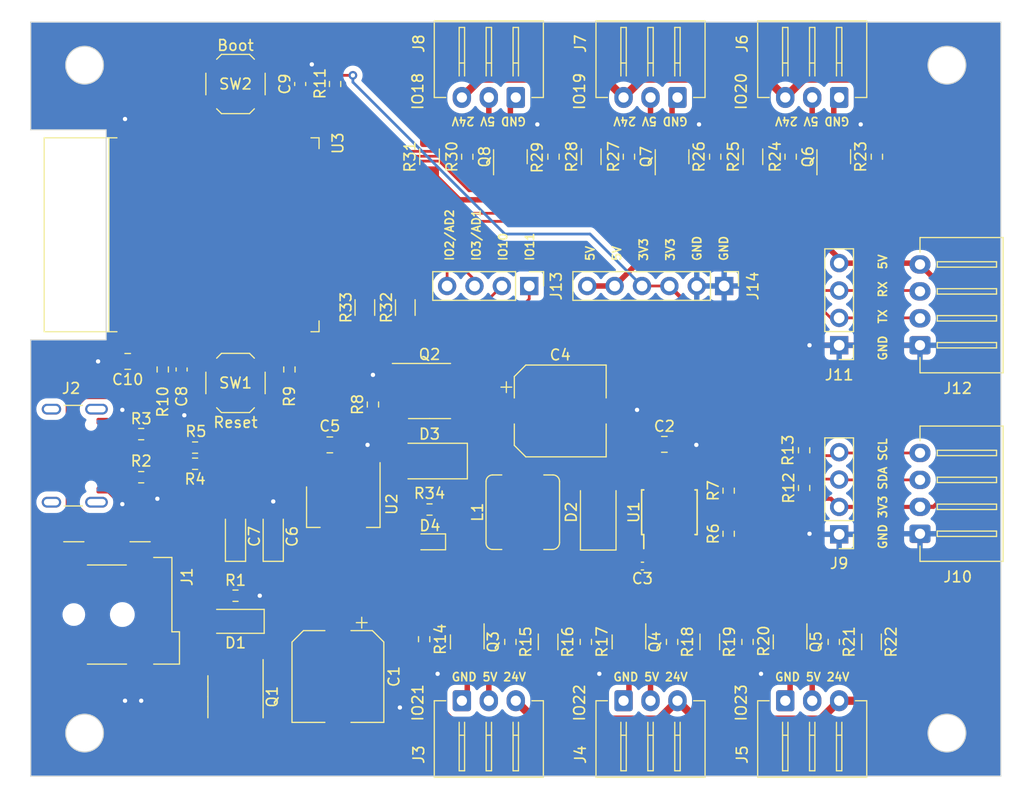
<source format=kicad_pcb>
(kicad_pcb (version 20221018) (generator pcbnew)
  (layers (0 "F.Cu" signal) (31 "B.Cu" signal) (34 "B.Paste" user) (35 "F.Paste" user) (36 "B.SilkS" user "B.Silkscreen") (37 "F.SilkS" user "F.Silkscreen") (38 "B.Mask" user) (39 "F.Mask" user) (44 "Edge.Cuts" user))
  (net 0 "")
  (net 1 "+24V")
  (net 2 "GND")
  (net 3 "Net-(U1-BOOT)")
  (net 4 "Net-(D2-K)")
  (net 5 "+5V")
  (net 6 "+3V3")
  (net 7 "EN")
  (net 8 "BOOT")
  (net 9 "Net-(D1-A)")
  (net 10 "VBUS")
  (net 11 "Net-(D4-K)")
  (net 12 "Net-(J1-Pad1)")
  (net 14 "Net-(J2-CC1)")
  (net 15 "Net-(J2-D+-PadA6)")
  (net 16 "Net-(J2-D--PadA7)")
  (net 17 "Net-(J2-CC2)")
  (net 19 "Net-(J3-Pin_1)")
  (net 20 "Net-(J3-Pin_2)")
  (net 21 "Net-(J4-Pin_1)")
  (net 22 "Net-(J4-Pin_2)")
  (net 23 "Net-(J5-Pin_1)")
  (net 24 "Net-(J5-Pin_2)")
  (net 25 "Net-(J6-Pin_1)")
  (net 26 "Net-(J6-Pin_2)")
  (net 27 "Net-(J7-Pin_1)")
  (net 28 "Net-(J7-Pin_2)")
  (net 29 "Net-(J8-Pin_1)")
  (net 30 "Net-(J8-Pin_2)")
  (net 31 "SDA")
  (net 32 "SCL")
  (net 33 "TX")
  (net 34 "RX")
  (net 35 "IO11")
  (net 36 "IO10")
  (net 37 "IO3{slash}AD3")
  (net 38 "IO2{slash}AD2")
  (net 39 "Net-(Q3-G)")
  (net 40 "Net-(Q4-G)")
  (net 41 "Net-(Q5-G)")
  (net 42 "Net-(Q6-G)")
  (net 43 "Net-(Q7-G)")
  (net 44 "Net-(Q8-G)")
  (net 45 "USB D+")
  (net 46 "Net-(U1-VSENSE)")
  (net 47 "USB D-")
  (net 48 "Net-(U3-GPIO8)")
  (net 51 "OUT1")
  (net 52 "OUT2")
  (net 53 "OUT3")
  (net 54 "OUT4")
  (net 55 "OUT5")
  (net 56 "OUT6")
  (net 64 "Net-(C4-Pad1)")
  (net 65 "Net-(U3-MTCK{slash}GPIO6{slash}ADC1_CH6)")
  (net 68 "Net-(U3-MTDO{slash}GPIO7)")
  (footprint "Resistor_SMD:R_0603_1608Metric" (layer "F.Cu") (at 161.5 75.5 -90)
    (fp_text reference "R26")
    (fp_text value "10k")
  )
  (footprint "Button_Switch_SMD:SW_Push_1P1T_XKB_TS-1187A" (layer "F.Cu") (at 117 96.5 180)
    (fp_text reference "SW1")
    (fp_text value "Reset")
  )
  (footprint "Package_SO:TI_SO-PowerPAD-8" (layer "F.Cu") (at 157.25 108.5 90)
    (fp_text reference "U1")
    (fp_text value "TPS5430DDA")
  )
  (footprint "LED_SMD:LED_0603_1608Metric" (layer "F.Cu") (at 135 111.25 180)
    (fp_text reference "D4")
    (fp_text value "POWER")
  )
  (footprint "Resistor_SMD:R_0603_1608Metric" (layer "F.Cu") (at 169.75 106.25 90)
    (fp_text reference "R12")
    (fp_text value "2k2")
  )
  (footprint "Resistor_SMD:R_1206_3216Metric" (layer "F.Cu") (at 146 120.5375 -90)
    (fp_text reference "R16")
    (fp_text value "22R")
  )
  (footprint "Resistor_SMD:R_0603_1608Metric" (layer "F.Cu") (at 157.5 120.5375 -90)
    (fp_text reference "R18")
    (fp_text value "220R")
  )
  (footprint "1_Connector:JST_XH_S3B-XH" (layer "F.Cu") (at 168 126)
    (fp_text reference "J5")
    (fp_text value "LED 3")
  )
  (footprint "Resistor_SMD:R_0603_1608Metric" (layer "F.Cu") (at 176.5 75.5 -90)
    (fp_text reference "R23")
    (fp_text value "10k")
  )
  (footprint "Resistor_SMD:R_0603_1608Metric" (layer "F.Cu") (at 122 95.25 -90)
    (fp_text reference "R9")
    (fp_text value "100k")
  )
  (footprint "Capacitor_SMD:C_0805_2012Metric" (layer "F.Cu") (at 125.75 102.25)
    (fp_text reference "C5")
    (fp_text value "10uF")
  )
  (footprint "Resistor_SMD:R_0603_1608Metric" (layer "F.Cu") (at 168.5 75.5 90)
    (fp_text reference "R24")
    (fp_text value "220R")
  )
  (footprint "Resistor_SMD:R_0603_1608Metric" (layer "F.Cu") (at 169.75 102.75 -90)
    (fp_text reference "R13")
    (fp_text value "2k2")
  )
  (footprint "Resistor_SMD:R_0603_1608Metric" (layer "F.Cu") (at 142.5 120.5375 -90)
    (fp_text reference "R15")
    (fp_text value "220R")
  )
  (footprint "Resistor_SMD:R_0603_1608Metric" (layer "F.Cu") (at 113.25 104 180)
    (fp_text reference "R4")
    (fp_text value "0R")
  )
  (footprint "Resistor_SMD:R_0603_1608Metric" (layer "F.Cu") (at 126.238 68.75 -90)
    (fp_text reference "R11")
    (fp_text value "100k")
  )
  (footprint "Resistor_SMD:R_1206_3216Metric" (layer "F.Cu") (at 150 75.5 90)
    (fp_text reference "R28")
    (fp_text value "22R")
  )
  (footprint "1_Connector:JST_XH_S4B-XH" (layer "F.Cu") (at 180.5 93 90)
    (fp_text reference "J12")
    (fp_text value "UART ext")
  )
  (footprint "PCM_Espressif:ESP32-C6-WROOM-1" (layer "F.Cu") (at 115 82.745 90)
    (fp_text reference "U3")
    (fp_text value "ESP32-C6-WROOM-1")
  )
  (footprint "Resistor_SMD:R_0603_1608Metric" (layer "F.Cu") (at 108.25 101.25)
    (fp_text reference "R3")
    (fp_text value "5k1")
  )
  (footprint "Package_TO_SOT_SMD:SOT-23" (layer "F.Cu") (at 138.5 120.5375 -90)
    (fp_text reference "Q3")
    (fp_text value "AO3400A")
  )
  (footprint "Capacitor_SMD:C_0603_1608Metric" (layer "F.Cu") (at 112 95.25 -90)
    (fp_text reference "C8")
    (fp_text value "100nF")
  )
  (footprint "Resistor_SMD:R_1206_3216Metric" (layer "F.Cu") (at 129 89.5 -90)
    (fp_text reference "R33")
    (fp_text value "0R")
  )
  (footprint "Diode_SMD:D_SMA" (layer "F.Cu") (at 135 103.75 180)
    (fp_text reference "D3")
    (fp_text value "SS34")
  )
  (footprint "Diode_SMD:D_SMA" (layer "F.Cu") (at 150.65 108.5 90)
    (fp_text reference "D2")
    (fp_text value "SS34")
  )
  (footprint "Resistor_SMD:R_1206_3216Metric" (layer "F.Cu") (at 161 120.5375 -90)
    (fp_text reference "R19")
    (fp_text value "22R")
  )
  (footprint "1_Connector:JST_XH_S3B-XH" (layer "F.Cu") (at 173 70 180)
    (fp_text reference "J6")
    (fp_text value "LED 4")
  )
  (footprint "Capacitor_SMD:C_0805_2012Metric" (layer "F.Cu") (at 156.785 102.2)
    (fp_text reference "C2")
    (fp_text value "10uF")
  )
  (footprint "Connector_PinHeader_2.54mm:PinHeader_1x04_P2.54mm_Vertical" (layer "F.Cu") (at 173 93 180)
    (fp_text reference "J11")
    (fp_text value "UART int")
  )
  (footprint "Resistor_SMD:R_0603_1608Metric" (layer "F.Cu") (at 149.5 120.5375 90)
    (fp_text reference "R17")
    (fp_text value "10k")
  )
  (footprint "Connector_PinHeader_2.54mm:PinHeader_1x04_P2.54mm_Vertical" (layer "F.Cu") (at 144.25 87.5 -90)
    (fp_text reference "J13")
    (fp_text value "IO Out")
  )
  (footprint "Package_TO_SOT_SMD:SOT-223-3_TabPin2" (layer "F.Cu") (at 127 108 -90)
    (fp_text reference "U2")
    (fp_text value "AMS1117-3.3")
  )
  (footprint "Resistor_SMD:R_1206_3216Metric" (layer "F.Cu") (at 165 75.5 90)
    (fp_text reference "R25")
    (fp_text value "22R")
  )
  (footprint "Resistor_SMD:R_0603_1608Metric" (layer "F.Cu") (at 146.5 75.5 -90)
    (fp_text reference "R29")
    (fp_text value "10k")
  )
  (footprint "Capacitor_SMD:CP_Elec_8x11.9" (layer "F.Cu") (at 126.5 123.75 -90)
    (fp_text reference "C1")
    (fp_text value "220uF")
  )
  (footprint "Resistor_SMD:R_0603_1608Metric" (layer "F.Cu") (at 138.5 75.5 90)
    (fp_text reference "R30")
    (fp_text value "220R")
  )
  (footprint "Capacitor_SMD:C_0402_1005Metric" (layer "F.Cu") (at 154.75 113.5 180)
    (fp_text reference "C3")
    (fp_text value "10nF")
  )
  (footprint "Capacitor_SMD:C_0603_1608Metric" (layer "F.Cu") (at 123 68.75 90)
    (fp_text reference "C9")
    (fp_text value "100nF")
  )
  (footprint "Resistor_SMD:R_0603_1608Metric" (layer "F.Cu") (at 164.5 120.5375 90)
    (fp_text reference "R20")
    (fp_text value "10k")
  )
  (footprint "Resistor_SMD:R_0603_1608Metric" (layer "F.Cu") (at 172.5 120.5375 -90)
    (fp_text reference "R21")
    (fp_text value "220R")
  )
  (footprint "Connector_USB:USB_C_Receptacle_GCT_USB4105-xx-A_16P_TopMnt_Horizontal" (layer "F.Cu") (at 101 103.25 -90)
    (fp_text reference "J2")
    (fp_text value "USB_C_small")
  )
  (footprint "Resistor_SMD:R_1206_3216Metric" (layer "F.Cu") (at 132.75 89.5 -90)
    (fp_text reference "R32")
    (fp_text value "0R")
  )
  (footprint "1_Connector:JST_XH_S3B-XH" (layer "F.Cu") (at 153 126)
    (fp_text reference "J4")
    (fp_text value "LED 2")
  )
  (footprint "Resistor_SMD:R_0603_1608Metric" (layer "F.Cu") (at 117 116.25)
    (fp_text reference "R1")
    (fp_text value "100k")
  )
  (footprint "Capacitor_SMD:CP_Elec_8x11.9" (layer "F.Cu") (at 147.125 99.1)
    (fp_text reference "C4")
    (fp_text value "220uF")
  )
  (footprint "Package_SO:SOIC-8_3.9x4.9mm_P1.27mm" (layer "F.Cu") (at 135 97.25)
    (fp_text reference "Q2")
    (fp_text value "AP4409AGEM")
  )
  (footprint "Resistor_SMD:R_0603_1608Metric" (layer "F.Cu") (at 162.75 110.5 90)
    (fp_text reference "R6")
    (fp_text value "22k")
  )
  (footprint "Package_TO_SOT_SMD:SOT-23" (layer "F.Cu") (at 142.5 75.5 90)
    (fp_text reference "Q8")
    (fp_text value "AO3400A")
  )
  (footprint "Resistor_SMD:R_0603_1608Metric" (layer "F.Cu") (at 108.25 105.25)
    (fp_text reference "R2")
    (fp_text value "5k1")
  )
  (footprint "Package_TO_SOT_SMD:SOT-23" (layer "F.Cu") (at 157.5 75.5 90)
    (fp_text reference "Q7")
    (fp_text value "AO3400A")
  )
  (footprint "Capacitor_SMD:C_0805_2012Metric" (layer "F.Cu") (at 107 94.5 180)
    (fp_text reference "C10")
    (fp_text value "10uF")
  )
  (footprint "Resistor_SMD:R_0603_1608Metric" (layer "F.Cu") (at 153.5 75.5 90)
    (fp_text reference "R27")
    (fp_text value "220R")
  )
  (footprint "1_Connector:JST_XH_S3B-XH" (layer "F.Cu") (at 143 70 180)
    (fp_text reference "J8")
    (fp_text value "LED 6")
  )
  (footprint "Resistor_SMD:R_1206_3216Metric" (layer "F.Cu") (at 135 75.5 90)
    (fp_text reference "R31")
    (fp_text value "22R")
  )
  (footprint "Button_Switch_SMD:SW_Push_1P1T_XKB_TS-1187A" (layer "F.Cu") (at 117 68.75)
    (fp_text reference "SW2")
    (fp_text value "Boot")
  )
  (footprint "Diode_SMD:D_MiniMELF" (layer "F.Cu") (at 117 118.63 180)
    (fp_text reference "D1")
    (fp_text value "ZMM5V6-M")
  )
  (footprint "Package_TO_SOT_SMD:SOT-23" (layer "F.Cu") (at 168.45 120.5375 -90)
    (fp_text reference "Q5")
    (fp_text value "AO3400A")
  )
  (footprint "Resistor_SMD:R_0603_1608Metric" (layer "F.Cu") (at 113.25 102.5 180)
    (fp_text reference "R5")
    (fp_text value "0R")
  )
  (footprint "Resistor_SMD:R_0603_1608Metric" (layer "F.Cu") (at 110.25 95.25 90)
    (fp_text reference "R10")
    (fp_text value "100k")
  )
  (footprint "Connector_PinHeader_2.54mm:PinHeader_1x04_P2.54mm_Vertical" (layer "F.Cu") (at 173 110.55 180)
    (fp_text reference "J9")
    (fp_text value "I2C int")
  )
  (footprint "1_Connector:JST_XH_S3B-XH" (layer "F.Cu") (at 158 70 180)
    (fp_text reference "J7")
    (fp_text value "LED 5")
  )
  (footprint "Resistor_SMD:R_0603_1608Metric" (layer "F.Cu") (at 134.5 120.2875 90)
    (fp_text reference "R14")
    (fp_text value "10k")
  )
  (footprint "Capacitor_Tantalum_SMD:CP_EIA-3216-12_Kemet-S" (layer "F.Cu") (at 117 110.75 90)
    (fp_text reference "C7")
    (fp_text value "10uF")
  )
  (footprint "1_Connector:JST_XH_S4B-XH" (layer "F.Cu") (at 180.5 110.5 90)
    (fp_text reference "J10")
    (fp_text value "I2C ext")
  )
  (footprint "Package_SO:SOIC-8_3.9x4.9mm_P1.27mm" (layer "F.Cu") (at 117 125.63 -90)
    (fp_text reference "Q1")
    (fp_text value "AP4409AGEM")
  )
  (footprint "Package_TO_SOT_SMD:SOT-23" (layer "F.Cu") (at 153.5 120.5375 -90)
    (fp_text reference "Q4")
    (fp_text value "AO3400A")
  )
  (footprint "1_Connector:JST_XH_S3B-XH" (layer "F.Cu") (at 138 126)
    (fp_text reference "J3")
    (fp_text value "LED 1")
  )
  (footprint "Package_TO_SOT_SMD:SOT-23" (layer "F.Cu") (at 172.5 75.5 90)
    (fp_text reference "Q6")
    (fp_text value "AO3400A")
  )
  (footprint "Resistor_SMD:R_1206_3216Metric" (layer "F.Cu") (at 176 120.5375 -90)
    (fp_text reference "R22")
    (fp_text value "22R")
  )
  (footprint "Connector_BarrelJack:BarrelJack_Wuerth_694106106102_2.0x5.5mm" (layer "F.Cu") (at 105.075 118 -90)
    (fp_text reference "J1")
    (fp_text value "DC Power")
  )
  (footprint "Resistor_SMD:R_0603_1608Metric" (layer "F.Cu") (at 162.75 106.5 90)
    (fp_text reference "R7")
    (fp_text value "6k8")
  )
  (footprint "Connector_PinHeader_2.54mm:PinHeader_1x06_P2.54mm_Vertical" (layer "F.Cu") (at 162.33 87.5 -90)
    (fp_text reference "J14")
    (fp_text value "U Out")
  )
  (footprint "Inductor_SMD:L_Bourns_SRP7028A_7.3x6.6mm" (layer "F.Cu") (at 143.65 108.5 90)
    (fp_text reference "L1")
    (fp_text value "47uH")
  )
  (footprint "Resistor_SMD:R_0603_1608Metric" (layer "F.Cu") (at 135 108.25 180)
    (fp_text reference "R34")
    (fp_text value "5k1")
  )
  (footprint "Capacitor_Tantalum_SMD:CP_EIA-3216-12_Kemet-S" (layer "F.Cu") (at 120.5 110.75 90)
    (fp_text reference "C6")
    (fp_text value "10uF")
  )
  (footprint "Resistor_SMD:R_0603_1608Metric" (layer "F.Cu") (at 129.75 98.5 90)
    (fp_text reference "R8")
    (fp_text value "100k")
  )
  (gr_line (start 98 73) (end 98 63) (stroke (width 0.1)) (layer "Edge.Cuts"))
  (gr_line (start 105 92.5) (end 105 73) (stroke (width 0.1)) (layer "Edge.Cuts"))
  (gr_line (start 105 73) (end 98 73) (stroke (width 0.1)) (layer "Edge.Cuts"))
  (gr_line (start 98 133) (end 98 92.5) (stroke (width 0.1)) (layer "Edge.Cuts"))
  (gr_line (start 98 92.5) (end 105 92.5) (stroke (width 0.1)) (layer "Edge.Cuts"))
  (gr_line (start 98 63) (end 188 63) (stroke (width 0.1)) (layer "Edge.Cuts"))
  (gr_line (start 188 133) (end 98 133) (stroke (width 0.1)) (layer "Edge.Cuts"))
  (gr_circle (center 103 67) (end 104.75 67) (stroke (width 0.1)) (fill none) (layer "Edge.Cuts"))
  (gr_circle (center 103 129) (end 104.75 129) (stroke (width 0.1)) (fill none) (layer "Edge.Cuts"))
  (gr_circle (center 183 67) (end 184.75 67) (stroke (width 0.1)) (fill none) (layer "Edge.Cuts"))
  (gr_line (start 188 63) (end 188 133) (stroke (width 0.1)) (layer "Edge.Cuts"))
  (gr_circle (center 183 129) (end 184.75 129) (stroke (width 0.1)) (fill none) (layer "Edge.Cuts"))
  (gr_text "IO23" (at 164.5 128 90) (layer "F.SilkS") (effects (font (size 1 1)) (justify left bottom)))
  (gr_text "IO21" (at 134.5 128 90) (layer "F.SilkS") (effects (font (size 1 1)) (justify left bottom)))
  (gr_text "GND  TX  RX  5V" (at 177.5 94.5 90) (layer "F.SilkS") (effects (font (size 0.77 0.75)) (justify left bottom)))
  (gr_text "IO20" (at 164.5 71.25 90) (layer "F.SilkS") (effects (font (size 1 1)) (justify left bottom)))
  (gr_text "5V\n\n5V\n\n3V3\n\n3V3\n\nGND\n\nGND" (at 162.75 85.25 90) (layer "F.SilkS") (effects (font (size 0.77 0.75)) (justify left bottom)))
  (gr_text "Reset" (at 117 100.75) (layer "F.SilkS") (effects (font (size 1 1)) (justify bottom)))
  (gr_text "GND 3V3 SDA SCL" (at 177.5 112 90) (layer "F.SilkS") (effects (font (size 0.77 0.75)) (justify left bottom)))
  (gr_text "GND 5V 24V" (at 155.5 124.25) (layer "F.SilkS") (effects (font (size 0.77 0.75)) (justify bottom)))
  (gr_text "IO18" (at 134.5 71.25 90) (layer "F.SilkS") (effects (font (size 1 1)) (justify left bottom)))
  (gr_text "GND 5V 24V" (at 155.5 71.75 180) (layer "F.SilkS") (effects (font (size 0.77 0.75)) (justify bottom)))
  (gr_text "IO2/AD2\n\nIO3/AD1\n\nIO10\n\nIO11" (at 144.75 85.25 90) (layer "F.SilkS") (effects (font (size 0.77 0.75)) (justify left bottom)))
  (gr_text "IO19" (at 149.5 71.25 90) (layer "F.SilkS") (effects (font (size 1 1)) (justify left bottom)))
  (gr_text "Boot" (at 117 65.75) (layer "F.SilkS") (effects (font (size 1 1)) (justify bottom)))
  (gr_text "GND 5V 24V" (at 140.5 124.25) (layer "F.SilkS") (effects (font (size 0.77 0.75)) (justify bottom)))
  (gr_text "GND 5V 24V" (at 170.5 124.25) (layer "F.SilkS") (effects (font (size 0.77 0.75)) (justify bottom)))
  (gr_text "GND 5V 24V" (at 170.5 71.75 180) (layer "F.SilkS") (effects (font (size 0.77 0.75)) (justify bottom)))
  (gr_text "GND 5V 24V" (at 140.5 71.75 180) (layer "F.SilkS") (effects (font (size 0.77 0.75)) (justify bottom)))
  (gr_text "IO22" (at 149.5 128 90) (layer "F.SilkS") (effects (font (size 1 1)) (justify left bottom)))
  (segment (start 156.25 127.75) (end 158 126) (width 0.762) (layer "F.Cu") (net 1))
  (segment (start 155.835 101.415) (end 155.835 102.2) (width 0.508) (layer "F.Cu") (net 1))
  (segment (start 156.75 100.5) (end 155.835 101.415) (width 0.508) (layer "F.Cu") (net 1))
  (segment (start 126.5 120.275) (end 126.5 119) (width 0.762) (layer "F.Cu") (net 1))
  (segment (start 177.75 118) (end 177.75 125.75) (width 0.762) (layer "F.Cu") (net 1))
  (segment (start 177.75 125.75) (end 177.5 126) (width 0.762) (layer "F.Cu") (net 1))
  (segment (start 118.73 123.155) (end 118.885 123) (width 0.762) (layer "F.Cu") (net 1))
  (segment (start 118.885 123) (end 118.885 118.63) (width 0.762) (layer "F.Cu") (net 1))
  (segment (start 139.75 68.25) (end 151.25 68.25) (width 0.762) (layer "F.Cu") (net 1))
  (segment (start 125.63 118.63) (end 126.5 119.5) (width 0.762) (layer "F.Cu") (net 1))
  (segment (start 144.75 127.75) (end 156.25 127.75) (width 0.762) (layer "F.Cu") (net 1))
  (segment (start 154.75 68.25) (end 166.25 68.25) (width 0.762) (layer "F.Cu") (net 1))
  (segment (start 151.25 68.25) (end 153 70) (width 0.762) (layer "F.Cu") (net 1))
  (segment (start 159.75 127.75) (end 171.25 127.75) (width 0.762) (layer "F.Cu") (net 1))
  (segment (start 129.75 115.75) (end 164.5 115.75) (width 0.762) (layer "F.Cu") (net 1))
  (segment (start 155.835 103.485) (end 155.835 102.2) (width 0.508) (layer "F.Cu") (net 1))
  (segment (start 126.5 119) (end 129.75 115.75) (width 0.762) (layer "F.Cu") (net 1))
  (segment (start 177.75 126) (end 177.5 126) (width 0.762) (layer "F.Cu") (net 1))
  (segment (start 184.75 75.5) (end 184.75 119) (width 0.762) (layer "F.Cu") (net 1))
  (segment (start 156.615 105.8) (end 156.615 104.265) (width 0.508) (layer "F.Cu") (net 1))
  (segment (start 177.5 68.25) (end 184.75 75.5) (width 0.762) (layer "F.Cu") (net 1))
  (segment (start 153 70) (end 154.75 68.25) (width 0.762) (layer "F.Cu") (net 1))
  (segment (start 169.75 68.25) (end 177.5 68.25) (width 0.762) (layer "F.Cu") (net 1))
  (segment (start 159.75 100.5) (end 156.75 100.5) (width 0.508) (layer "F.Cu") (net 1))
  (segment (start 168 70) (end 169.75 68.25) (width 0.762) (layer "F.Cu") (net 1))
  (segment (start 164.5 115.75) (end 175.5 115.75) (width 0.762) (layer "F.Cu") (net 1))
  (segment (start 138 70) (end 139.75 68.25) (width 0.762) (layer "F.Cu") (net 1))
  (segment (start 164.5 105.25) (end 159.75 100.5) (width 0.508) (layer "F.Cu") (net 1))
  (segment (start 164.5 115.75) (end 164.5 105.25) (width 0.508) (layer "F.Cu") (net 1))
  (segment (start 118.885 118.63) (end 125.63 118.63) (width 0.762) (layer "F.Cu") (net 1))
  (segment (start 158 126) (end 159.75 127.75) (width 0.762) (layer "F.Cu") (net 1))
  (segment (start 184.75 119) (end 177.75 126) (width 0.762) (layer "F.Cu") (net 1))
  (segment (start 116.365 123.155) (end 118.73 123.155) (width 0.762) (layer "F.Cu") (net 1))
  (segment (start 156.615 104.265) (end 155.835 103.485) (width 0.508) (layer "F.Cu") (net 1))
  (segment (start 143 126) (end 144.75 127.75) (width 0.762) (layer "F.Cu") (net 1))
  (segment (start 171.25 127.75) (end 173 126) (width 0.762) (layer "F.Cu") (net 1))
  (segment (start 175.5 115.75) (end 177.75 118) (width 0.762) (layer "F.Cu") (net 1))
  (segment (start 126.5 119.5) (end 126.5 120.275) (width 0.762) (layer "F.Cu") (net 1))
  (segment (start 166.25 68.25) (end 168 70) (width 0.762) (layer "F.Cu") (net 1))
  (segment (start 177.5 126) (end 173 126) (width 0.762) (layer "F.Cu") (net 1))
  (segment (start 106.74 73.995) (end 106.74 72.01) (width 0.381) (layer "F.Cu") (net 2))
  (segment (start 117.825 116.25) (end 119.25 116.25) (width 0.254) (layer "F.Cu") (net 2))
  (segment (start 113.25 104.75) (end 112.75 105.25) (width 0.254) (layer "F.Cu") (net 2))
  (segment (start 123.033 67.975) (end 123 67.975) (width 0.254) (layer "F.Cu") (net 2))
  (segment (start 174.25 74.75) (end 174.25 73.25) (width 0.508) (layer "F.Cu") (net 2))
  (segment (start 162.75 105.25) (end 159.75 102.25) (width 0.254) (layer "F.Cu") (net 2))
  (segment (start 144.25 74.75) (end 144.25 73.25) (width 0.508) (layer "F.Cu") (net 2))
  (segment (start 166.5 122.75) (end 166.5 121.5375) (width 0.508) (layer "F.Cu") (net 2))
  (segment (start 106.5 107.75) (end 105.2 106.45) (width 0.508) (layer "F.Cu") (net 2))
  (segment (start 113.71 84.25) (end 113.71 85.5) (width 0.254) (layer "F.Cu") (net 2))
  (segment (start 173.45 75.55) (end 174.25 74.75) (width 0.508) (layer "F.Cu") (net 2))
  (segment (start 144.25 73.25) (end 145 72.5) (width 0.508) (layer "F.Cu") (net 2))
  (segment (start 129.75 97.675) (end 129.75 95.75) (width 0.508) (layer "F.Cu") (net 2))
  (segment (start 121.9 66.875) (end 123 67.975) (width 0.254) (layer "F.Cu") (net 2))
  (segment (start 176.5 74) (end 175 72.5) (width 0.254) (layer "F.Cu") (net 2))
  (segment (start 150.6 99.1) (end 150.6 106.45) (width 0.762) (layer "F.Cu") (net 2))
  (segment (start 113.71 84.25) (end 112.46 84.25) (width 0.254) (layer "F.Cu") (net 2))
  (segment (start 143.45 76.4375) (end 143.45 75.55) (width 0.508) (layer "F.Cu") (net 2))
  (segment (start 129.25 102.25) (end 129.25 104.8) (width 0.508) (layer "F.Cu") (net 2))
  (segment (start 112.46 85.5) (end 111.21 85.5) (width 0.254) (layer "F.Cu") (net 2))
  (segment (start 137.55 119.6) (end 137.55 120.45) (width 0.508) (layer "F.Cu") (net 2))
  (segment (start 106.74 73.995) (end 106.74 78.53) (width 0.381) (layer "F.Cu") (net 2))
  (segment (start 161.5 74) (end 160 72.5) (width 0.254) (layer "F.Cu") (net 2))
  (segment (start 149.5 121.3625) (end 149.5 122.25) (width 0.254) (layer "F.Cu") (net 2))
  (segment (start 126.5 126.605) (end 126.475 126.63) (width 0.254) (layer "F.Cu") (net 2))
  (segment (start 174.25 73.25) (end 175 72.5) (width 0.508) (layer "F.Cu") (net 2))
  (segment (start 164.5 122.25) (end 165.75 123.5) (width 0.254) (layer "F.Cu") (net 2))
  (segment (start 173.45 76.5375) (end 173.45 75.55) (width 0.508) (layer "F.Cu") (net 2))
  (segment (start 104.68 100.05) (end 105.45 100.05) (width 0.508) (layer "F.Cu") (net 2))
  (segment (start 159.25 73.25) (end 160 72.5) (width 0.508) (layer "F.Cu") (net 2))
  (segment (start 157.885 102.35) (end 157.735 102.2) (width 0.508) (layer "F.Cu") (net 2))
  (segment (start 136.5 122.75) (end 135.75 123.5) (width 0.508) (layer "F.Cu") (net 2))
  (segment (start 113.25 101.75) (end 113.25 104.75) (width 0.254) (layer "F.Cu") (net 2))
  (segment (start 112.75 101.25) (end 113.25 101.75) (width 0.254) (layer "F.Cu") (net 2))
  (segment (start 111.21 83) (end 112.46 83) (width 0.254) (layer "F.Cu") (net 2))
  (segment (start 154.15 99.1) (end 154.25 99) (width 0.762) (layer "F.Cu") (net 2))
  (segment (start 106.74 89.97) (end 111.21 85.5) (width 0.381) (layer "F.Cu") (net 2))
  (segment (start 106.74 93.81) (end 106.05 94.5) (width 0.381) (layer "F.Cu") (net 2))
  (segment (start 105.2 106.45) (end 104.68 106.45) (width 0.508) (layer "F.Cu") (net 2))
  (segment (start 150.6 106.45) (end 150.65 106.5) (width 0.762) (layer "F.Cu") (net 2))
  (segment (start 134.5 121.1125) (end 134.5 122.25) (width 0.254) (layer "F.Cu") (net 2))
  (segment (start 157.735 102.2) (end 159.7 102.2) (width 0.508) (layer "F.Cu") (net 2))
  (segment (start 134.5 122.25) (end 135.75 123.5) (width 0.254) (layer "F.Cu") (net 2))
  (segment (start 162.75 105.675) (end 162.75 105.25) (width 0.254) (layer "F.Cu") (net 2))
  (segment (start 120.5 109.4) (end 120.5 107.5) (width 0.508) (layer "F.Cu") (net 2))
  (segment (start 146.5 74) (end 145 72.5) (width 0.254) (layer "F.Cu") (net 2))
  (segment (start 129.25 102.25) (end 126.7 102.25) (width 0.508) (layer "F.Cu") (net 2))
  (segment (start 146.5 74.675) (end 146.5 74) (width 0.254) (layer "F.Cu") (net 2))
  (segment (start 151.5 122.75) (end 151.5 121.5) (width 0.508) (layer "F.Cu") (net 2))
  (segment (start 170.3 110.55) (end 170.25 110.5) (width 0.381) (layer "F.Cu") (net 2))
  (segment (start 109.075 101.25) (end 112.75 101.25) (width 0.254) (layer "F.Cu") (net 2))
  (segment (start 129.3 104.85) (end 132.7 108.25) (width 0.508) (layer "F.Cu") (net 2))
  (segment (start 102 123.5) (end 104.25 123.5) (width 0.762) (layer "F.Cu") (net 2))
  (segment (start 113.71 85.5) (end 112.46 85.5) (width 0.254) (layer "F.Cu") (net 2))
  (segment (start 106.74 78.53) (end 111.21 83) (width 0.381) (layer "F.Cu") (net 2))
  (segment (start 137.55 120.45) (end 136.5 121.5) (width 0.508) (layer "F.Cu") (net 2))
  (segment (start 143.45 75.55) (end 144.25 74.75) (width 0.508) (layer "F.Cu") (net 2))
  (segment (start 136.5 121.5) (end 136.5 122.75) (width 0.508) (layer "F.Cu") (net 2))
  (segment (start 149.5 122.25) (end 150.75 123.5) (width 0.254) (layer "F.Cu") (net 2))
  (segment (start 161.5 74.675) (end 161.5 74) (width 0.254) (layer "F.Cu") (net 2))
  (segment (start 113.71 83) (end 113.71 84.25) (width 0.254) (layer "F.Cu") (net 2))
  (segment (start 124.079 66.929) (end 123.033 67.975) (width 0.254) (layer "F.Cu") (net 2))
  (segment (start 112 96.025) (end 112 96.375) (width 0.254) (layer "F.Cu") (net 2))
  (segment (start 167.5 119.6) (end 167.5 120.5375) (width 0.508) (layer "F.Cu") (net 2))
  (segment (start 151.5 121.5) (end 152.55 120.45) (width 0.508) (layer "F.Cu") (net 2))
  (segment (start 157.885 105.8) (end 157.885 102.35) (width 0.508) (layer "F.Cu") (net 2))
  (segment (start 150.6 99.1) (end 154.15 99.1) (width 0.762) (layer "F.Cu") (net 2))
  (segment (start 112 96.375) (end 114 98.375) (width 0.254) (layer "F.Cu") (net 2))
  (segment (start 157.885 105.8) (end 157.885 107.835) (width 0.508) (layer "F.Cu") (net 2))
  (segment (start 170.25 93) (end 173 93) (width 0.508) (layer "F.Cu") (net 2))
  (segment (start 166.5 121.5375) (end 167.5 120.5375) (width 0.508) (layer "F.Cu") (net 2))
  (segment (start 120 66.875) (end 121.9 66.875) (width 0.254) (layer "F.Cu") (net 2))
  (segment (start 106.75 126) (end 108.25 126) (width 0.762) (layer "F.Cu") (net 2))
  (segment (start 112.75 105.25) (end 109.075 105.25) (width 0.254) (layer "F.Cu") (net 2))
  (segment (start 158.45 76.4375) (end 158.45 75.55) (width 0.508) (layer "F.Cu") (net 2))
  (segment (start 159.25 74.75) (end 159.25 73.25) (width 0.508) (layer "F.Cu") (net 2))
  (segment (start 126.5 126.605) (end 132.225 126.605) (width 0.762) (layer "F.Cu") (net 2))
  (segment (start 106.05 94.5) (end 104.25 94.5) (width 0.381) (layer "F.Cu") (net 2))
  (segment (start 113.375 98.375) (end 112.25 99.5) (width 0.254) (layer "F.Cu") (net 2))
  (segment (start 132.225 126.605) (end 132.25 126.63) (width 0.254) (layer "F.Cu") (net 2))
  (segment (start 106.74 72.01) (end 106.75 72) (width 0.381) (layer "F.Cu") (net 2))
  (segment (start 132.7 108.25) (end 134.175 108.25) (width 0.508) (layer "F.Cu") (net 2))
  (segment (start 112.46 83) (end 113.71 83) (width 0.254) (layer "F.Cu") (net 2))
  (segment (start 117 109.4) (end 120.5 109.4) (width 0.508) (layer "F.Cu") (net 2))
  (segment (start 150.75 123.5) (end 151.5 122.75) (width 0.508) (layer "F.Cu") (net 2))
  (segment (start 112.46 84.25) (end 112.46 83) (width 0.254) (layer "F.Cu") (net 2))
  (segment (start 112.46 84.25) (end 112.46 85.5) (width 0.254) (layer "F.Cu") (net 2))
  (segment (start 104.25 123.5) (end 106.75 126) (width 0.762) (layer "F.Cu") (net 2))
  (segment (start 173.05 110.5) (end 173 110.55) (width 0.381) (layer "F.Cu") (net 2))
  (segment (start 111.21 84.25) (end 112.46 84.25) (width 0.254) (layer "F.Cu") (net 2))
  (segment (start 164.5 121.3625) (end 164.5 122.25) (width 0.254) (layer "F.Cu") (net 2))
  (segment (start 180.5 93) (end 173 93) (width 0.508) (layer "F.Cu") (net 2))
  (segment (start 109.075 106.575) (end 109.75 107.25) (width 0.254) (layer "F.Cu") (net 2))
  (segment (start 152.55 120.45) (end 152.55 119.6) (width 0.508) (layer "F.Cu") (net 2))
  (segment (start 109.075 105.25) (end 109.075 106.575) (width 0.254) (layer "F.Cu") (net 2))
  (segment (start 114 66.875) (end 120 66.875) (width 0.254) (layer "F.Cu") (net 2))
  (segment (start 176.5 74.675) (end 176.5 74) (width 0.254) (layer "F.Cu") (net 2))
  (segment (start 106.74 91.495) (end 106.74 93.81) (width 0.381) (layer "F.Cu") (net 2))
  (segment (start 165.75 123.5) (end 166.5 122.75) (width 0.508) (layer "F.Cu") (net 2))
  (segment (start 159.7 102.2) (end 159.75 102.25) (width 0.508) (layer "F.Cu") (net 2))
  (segment (start 114 98.375) (end 113.375 98.375) (width 0.254) (layer "F.Cu") (net 2))
  (segment (start 173 110.55) (end 170.3 110.55) (width 0.381) (layer "F.Cu") (net 2))
  (segment (start 129.25 104.8) (end 129.3 104.85) (width 0.508) (layer "F.Cu") (net 2))
  (segment (start 111.21 84.25) (end 111.21 85.5) (width 0.381) (layer "F.Cu") (net 2))
  (segment (start 157.885 107.835) (end 157.95 107.9) (width 0.508) (layer "F.Cu") (net 2))
  (segment (start 114 98.375) (end 120 98.375) (width 0.254) (layer "F.Cu") (net 2))
  (segment (start 105.45 100.05) (end 106.5 99) (width 0.508) (layer "F.Cu") (net 2))
  (segment (start 180.5 110.5) (end 173.05 110.5) (width 0.381) (layer "F.Cu") (net 2))
  (segment (start 111.21 83) (end 111.21 84.25) (width 0.381) (layer "F.Cu") (net 2))
  (segment (start 158.45 75.55) (end 159.25 74.75) (width 0.508) (layer "F.Cu") (net 2))
  (segment (start 106.74 91.495) (end 106.74 89.97) (width 0.381) (layer "F.Cu") (net 2))
  (via (at 150.75 123.5) (size 1) (drill 0.4) (layers "F.Cu" "B.Cu") (net 2))
  (via (at 108.25 126) (size 1) (drill 0.4) (layers "F.Cu" "B.Cu") (net 2))
  (via (at 129.75 95.75) (size 1) (drill 0.4) (layers "F.Cu" "B.Cu") (net 2))
  (via (at 104.25 94.5) (size 1) (drill 0.4) (layers "F.Cu" "B.Cu") (net 2))
  (via (at 119.25 116.25) (size 1) (drill 0.4) (layers "F.Cu" "B.Cu") (net 2))
  (via (at 165.75 123.5) (size 1) (drill 0.4) (layers "F.Cu" "B.Cu") (net 2))
  (via (at 154.25 99) (size 1) (drill 0.4) (layers "F.Cu" "B.Cu") (net 2))
  (via (at 170.25 110.5) (size 1) (drill 0.4) (layers "F.Cu" "B.Cu") (net 2))
  (via (at 106.75 72) (size 1) (drill 0.4) (layers "F.Cu" "B.Cu") (net 2))
  (via (at 106.75 126) (size 1) (drill 0.4) (layers "F.Cu" "B.Cu") (net 2))
  (via (at 132.25 126.63) (size 1) (drill 0.4) (layers "F.Cu" "B.Cu") (net 2))
  (via (at 145 72.5) (size 1) (drill 0.4) (layers "F.Cu" "B.Cu") (net 2))
  (via (at 120.5 107.5) (size 1) (drill 0.4) (layers "F.Cu" "B.Cu") (net 2))
  (via (at 160 72.5) (size 1) (drill 0.4) (layers "F.Cu" "B.Cu") (net 2))
  (via (at 106.5 99) (size 1) (drill 0.4) (layers "F.Cu" "B.Cu") (net 2))
  (via (at 170.25 93) (size 1) (drill 0.4) (layers "F.Cu" "B.Cu") (net 2))
  (via (at 159.75 102.25) (size 1) (drill 0.4) (layers "F.Cu" "B.Cu") (net 2))
  (via (at 124.079 66.929) (size 1) (drill 0.4) (layers "F.Cu" "B.Cu") (net 2))
  (via (at 109.75 107.25) (size 1) (drill 0.4) (layers "F.Cu" "B.Cu") (net 2))
  (via (at 112.25 99.5) (size 1) (drill 0.4) (layers "F.Cu" "B.Cu") (net 2))
  (via (at 135.75 123.5) (size 1) (drill 0.4) (layers "F.Cu" "B.Cu") (net 2))
  (via (at 175 72.5) (size 1) (drill 0.4) (layers "F.Cu" "B.Cu") (net 2))
  (via (at 106.5 107.75) (size 1) (drill 0.4) (layers "F.Cu" "B.Cu") (net 2))
  (via (at 129.25 102.25) (size 1) (drill 0.4) (layers "F.Cu" "B.Cu") (net 2))
  (segment (start 155.345 113.225) (end 155.07 113.5) (width 0.254) (layer "F.Cu") (net 3))
  (segment (start 155.345 111.2) (end 155.345 113.225) (width 0.254) (layer "F.Cu") (net 3))
  (segment (start 150.65 110.4) (end 152.95 108.1) (width 0.762) (layer "F.Cu") (net 4))
  (segment (start 143.65 111.225) (end 149.925 111.225) (width 0.762) (layer "F.Cu") (net 4))
  (segment (start 152.95 108.1) (end 152.95 106.3) (width 0.762) (layer "F.Cu") (net 4))
  (segment (start 155.345 105.8) (end 153.45 105.8) (width 0.762) (layer "F.Cu") (net 4))
  (segment (start 152.95 106.3) (end 153.45 105.8) (width 0.762) (layer "F.Cu") (net 4))
  (segment (start 149.925 111.225) (end 150.65 110.5) (width 0.762) (layer "F.Cu") (net 4))
  (segment (start 150.65 110.8) (end 150.65 110.5) (width 0.254) (layer "F.Cu") (net 4))
  (segment (start 154.43 113.5) (end 153.35 113.5) (width 0.254) (layer "F.Cu") (net 4))
  (segment (start 153.35 113.5) (end 150.65 110.8) (width 0.254) (layer "F.Cu") (net 4))
  (segment (start 150.65 110.5) (end 150.65 110.4) (width 0.762) (layer "F.Cu") (net 4))
  (segment (start 129.25 100.5) (end 125.5 100.5) (width 0.508) (layer "F.Cu") (net 5))
  (segment (start 113.5 116.5) (end 113.5 124.75) (width 0.508) (layer "F.Cu") (net 5))
  (segment (start 139.958 110.042632) (end 136.000632 114) (width 0.508) (layer "F.Cu") (net 5))
  (segment (start 129.75 119.25) (end 132.25 116.75) (width 0.508) (layer "F.Cu") (net 5))
  (segment (start 160.575 119.075) (end 158.25 116.75) (width 0.508) (layer "F.Cu") (net 5))
  (segment (start 136 106) (end 132 106) (width 0.508) (layer "F.Cu") (net 5))
  (segment (start 145.575 119.075) (end 146 119.075) (width 0.508) (layer "F.Cu") (net 5))
  (segment (start 175.575 119.075) (end 173.25 116.75) (width 0.508) (layer "F.Cu") (net 5))
  (segment (start 183.5 95.5) (end 183.5 111.5) (width 0.508) (layer "F.Cu") (net 5))
  (segment (start 183.5 111.5) (end 182.5 112.5) (width 0.508) (layer "F.Cu") (net 5))
  (segment (start 143.25 116.75) (end 145.575 119.075) (width 0.508) (layer "F.Cu") (net 5))
  (segment (start 150 76.9625) (end 150.2125 76.9625) (width 0.508) (layer "F.Cu") (net 5))
  (segment (start 125.5 100.5) (end 124.8 101.2) (width 0.508) (layer "F.Cu") (net 5))
  (segment (start 137.75 79.5) (end 147.10625 79.5) (width 0.508) (layer "F.Cu") (net 5))
  (segment (start 152.17 87.5) (end 149.63 87.5) (width 0.508) (layer "F.Cu") (net 5))
  (segment (start 135.75 100.5) (end 136.25 101) (width 0.508) (layer "F.Cu") (net 5))
  (segment (start 183.5 95.5) (end 171 95.5) (width 0.508) (layer "F.Cu") (net 5))
  (segment (start 180.38 85.38) (end 180.5 85.5) (width 0.381) (layer "F.Cu") (net 5))
  (segment (start 165 89.5) (end 165 87) (width 0.508) (layer "F.Cu") (net 5))
  (segment (start 120.75 125.75) (end 122.75 123.75) (width 0.508) (layer "F.Cu") (net 5))
  (segment (start 139.958 102.333) (end 139.958 110.042632) (width 0.508) (layer "F.Cu") (net 5))
  (segment (start 133.5 97.885) (end 134.25 98.635) (width 0.508) (layer "F.Cu") (net 5))
  (segment (start 122.75 123.75) (end 128.5 123.75) (width 0.508) (layer "F.Cu") (net 5))
  (segment (start 136.5 94) (end 135.75 94.75) (width 0.508) (layer "F.Cu") (net 5))
  (segment (start 130.75 104.75) (end 130.75 102) (width 0.508) (layer "F.Cu") (net 5))
  (segment (start 183.5 88.5) (end 180.5 85.5) (width 0.508) (layer "F.Cu") (net 5))
  (segment (start 165 76.9625) (end 173 84.9625) (width 0.508) (layer "F.Cu") (net 5))
  (segment (start 134.25 101.75) (end 136.25 103.75) (width 0.508) (layer "F.Cu") (net 5))
  (segment (start 124.7 107.7) (end 126.25 109.25) (width 0.508) (layer "F.Cu") (net 5))
  (segment (start 129.75 109.75) (end 129.75 114) (width 0.508) (layer "F.Cu") (net 5))
  (segment (start 135.75 94.75) (end 135.75 100.5) (width 0.508) (layer "F.Cu") (net 5))
  (segment (start 132.525 97.885) (end 133.5 97.885) (width 0.508) (layer "F.Cu") (net 5))
  (segment (start 165 87) (end 163.5 85.5) (width 0.508) (layer "F.Cu") (net 5))
  (segment (start 168.25 110.25) (end 168.25 107.75) (width 0.508) (layer "F.Cu") (net 5))
  (segment (start 183.5 95.5) (end 183.5 88.5) (width 0.508) (layer "F.Cu") (net 5))
  (segment (start 163.5 85.5) (end 154.17 85.5) (width 0.508) (layer "F.Cu") (net 5))
  (segment (start 124.7 104.85) (end 124.7 107.7) (width 0.508) (layer "F.Cu") (net 5))
  (segment (start 124.7 104.85) (end 124.7 102.35) (width 0.508) (layer "F.Cu") (net 5))
  (segment (start 128.5 123.75) (end 129.75 122.5) (width 0.508) (layer "F.Cu") (net 5))
  (segment (start 162.25 79.5) (end 164.7875 76.9625) (width 0.508) (layer "F.Cu") (net 5))
  (segment (start 129.75 122.5) (end 129.75 119.25) (width 0.508) (layer "F.Cu") (net 5))
  (segment (start 138.625 101) (end 139.958 102.333) (width 0.508) (layer "F.Cu") (net 5))
  (segment (start 164.7875 76.9625) (end 165 76.9625) (width 0.508) (layer "F.Cu") (net 5))
  (segment (start 161 119.075) (end 160.575 119.075) (width 0.508) (layer "F.Cu") (net 5))
  (segment (start 173 85.38) (end 180.38 85.38) (width 0.508) (layer "F.Cu") (net 5))
  (segment (start 129 114) (end 116 114) (width 0.508) (layer "F.Cu") (net 5))
  (segment (start 152.75 79.5) (end 162.25 79.5) (width 0.508) (layer "F.Cu") (net 5))
  (segment (start 134.25 98.635) (end 134.25 101.75) (width 0.508) (layer "F.Cu") (net 5))
  (segment (start 124.7 102.35) (end 124.8 102.25) (width 0.508) (layer "F.Cu") (net 5))
  (segment (start 135.2125 76.9625) (end 137.75 79.5) (width 0.508) (layer "F.Cu") (net 5))
  (segment (start 136.000632 114) (end 129 114) (width 0.508) (layer "F.Cu") (net 5))
  (segment (start 130.75 102) (end 129.25 100.5) (width 0.508) (layer "F.Cu") (net 5))
  (segment (start 168.25 107.75) (end 154.5 94) (width 0.508) (layer "F.Cu") (net 5))
  (segment (start 124.8 101.2) (end 124.8 102.25) (width 0.508) (layer "F.Cu") (net 5))
  (segment (start 148.75 116.75) (end 146.425 119.075) (width 0.508) (layer "F.Cu") (net 5))
  (segment (start 137 103.75) (end 137 105) (width 0.508) (layer "F.Cu") (net 5))
  (segment (start 173.25 116.75) (end 163.75 116.75) (width 0.508) (layer "F.Cu") (net 5))
  (segment (start 135 76.9625) (end 135.2125 76.9625) (width 0.508) (layer "F.Cu") (net 5))
  (segment (start 182.5 112.5) (end 170.5 112.5) (width 0.508) (layer "F.Cu") (net 5))
  (segment (start 126.25 109.25) (end 129.25 109.25) (width 0.508) (layer "F.Cu") (net 5))
  (segment (start 137 105) (end 136 106) (width 0.508) (layer "F.Cu") (net 5))
  (segment (start 132.525 97.885) (end 132.525 95.345) (width 0.508) (layer "F.Cu") (net 5))
  (segment (start 146.425 119.075) (end 146 119.075) (width 0.508) (layer "F.Cu") (net 5))
  (segment (start 136.25 103.75) (end 137 103.75) (width 0.508) (layer "F.Cu") (net 5))
  (segment (start 114.5 125.75) (end 120.75 125.75) (width 0.508) (layer "F.Cu") (net 5))
  (segment (start 116 114) (end 113.5 116.5) (width 0.508) (layer "F.Cu") (net 5))
  (segment (start 150.2125 76.9625) (end 152.75 79.5) (width 0.508) (layer "F.Cu") (net 5))
  (segment (start 154.17 85.5) (end 152.17 87.5) (width 0.508) (layer "F.Cu") (net 5))
  (segment (start 171 95.5) (end 165 89.5) (width 0.508) (layer "F.Cu") (net 5))
  (segment (start 170.5 112.5) (end 168.25 110.25) (width 0.508) (layer "F.Cu") (net 5))
  (segment (start 129.75 114) (end 129 114) (width 0.508) (layer "F.Cu") (net 5))
  (segment (start 154.5 94) (end 136.5 94) (width 0.508) (layer "F.Cu") (net 5))
  (segment (start 163.75 116.75) (end 161.425 119.075) (width 0.508) (layer "F.Cu") (net 5))
  (segment (start 136.25 101) (end 138.625 101) (width 0.508) (layer "F.Cu") (net 5))
  (segment (start 113.5 124.75) (end 114.5 125.75) (width 0.508) (layer "F.Cu") (net 5))
  (segment (start 147.10625 79.5) (end 149.64375 76.9625) (width 0.508) (layer "F.Cu") (net 5))
  (segment (start 132 106) (end 130.75 104.75) (width 0.508) (layer "F.Cu") (net 5))
  (segment (start 161.425 119.075) (end 161 119.075) (width 0.508) (layer "F.Cu") (net 5))
  (segment (start 149.64375 76.9625) (end 150 76.9625) (width 0.508) (layer "F.Cu") (net 5))
  (segment (start 129.25 109.25) (end 129.75 109.75) (width 0.508) (layer "F.Cu") (net 5))
  (segment (start 173 84.9625) (end 173 85.38) (width 0.508) (layer "F.Cu") (net 5))
  (segment (start 158.25 116.75) (end 148.75 116.75) (width 0.508) (layer "F.Cu") (net 5))
  (segment (start 132.25 116.75) (end 143.25 116.75) (width 0.508) (layer "F.Cu") (net 5))
  (segment (start 176 119.075) (end 175.575 119.075) (width 0.508) (layer "F.Cu") (net 5))
  (segment (start 101.5 98) (end 102.75 96.75) (width 0.508) (layer "F.Cu") (net 6))
  (segment (start 112.5 109.75) (end 102.75 109.75) (width 0.508) (layer "F.Cu") (net 6))
  (segment (start 170.425 101.25) (end 181.5 101.25) (width 0.381) (layer "F.Cu") (net 6))
  (segment (start 101.5 108.5) (end 101.5 98) (width 0.508) (layer "F.Cu") (net 6))
  (segment (start 119.625 100.5) (end 122 98.125) (width 0.381) (layer "F.Cu") (net 6))
  (segment (start 154.75 93) (end 136.25 93) (width 0.508) (layer "F.Cu") (net 6))
  (segment (start 117 112.1) (end 120.5 112.1) (width 0.508) (layer "F.Cu") (net 6))
  (segment (start 135 94.25) (end 135 101) (width 0.508) (layer "F.Cu") (net 6))
  (segment (start 107.95 94.5) (end 107.95 91.555) (width 0.381) (layer "F.Cu") (net 6))
  (segment (start 135.25 112.5) (end 134.2125 111.4625) (width 0.508) (layer "F.Cu") (net 6))
  (segment (start 110.25 99.25) (end 111.5 100.5) (width 0.381) (layer "F.Cu") (net 6))
  (segment (start 135 101) (end 135.75 101.75) (width 0.508) (layer "F.Cu") (net 6))
  (segment (start 169.75 107.075) (end 168.825 107.075) (width 0.508) (layer "F.Cu") (net 6))
  (segment (start 117 112.1) (end 114.85 112.1) (width 0.508) (layer "F.Cu") (net 6))
  (segment (start 102.75 109.75) (end 101.5 108.5) (width 0.508) (layer "F.Cu") (net 6))
  (segment (start 136.25 112.5) (end 135.25 112.5) (width 0.508) (layer "F.Cu") (net 6))
  (segment (start 102.75 96.75) (end 105.7 96.75) (width 0.508) (layer "F.Cu") (net 6))
  (segment (start 121.45 111.15) (end 127 111.15) (width 0.508) (layer "F.Cu") (net 6))
  (segment (start 138.125 101.75) (end 139 102.625) (width 0.508) (layer "F.Cu") (net 6))
  (segment (start 181.75 108) (end 180.5 108) (width 0.381) (layer "F.Cu") (net 6))
  (segment (start 180.49 108.01) (end 180.5 108) (width 0.508) (layer "F.Cu") (net 6))
  (segment (start 107.95 91.555) (end 108.01 91.495) (width 0.381) (layer "F.Cu") (net 6))
  (segment (start 139 109.75) (end 136.25 112.5) (width 0.508) (layer "F.Cu") (net 6))
  (segment (start 110.25 96.075) (end 109.525 96.075) (width 0.381) (layer "F.Cu") (net 6))
  (segment (start 169.75 100) (end 157.25 87.5) (width 0.381) (layer "F.Cu") (net 6))
  (segment (start 121.45 111.15) (end 120.5 112.1) (width 0.508) (layer "F.Cu") (net 6))
  (segment (start 136.25 93) (end 135 94.25) (width 0.508) (layer "F.Cu") (net 6))
  (segment (start 126.258 67.945) (end 126.238 67.925) (width 0.254) (layer "F.Cu") (net 6))
  (segment (start 169.925 107.25) (end 172.24 107.25) (width 0.381) (layer "F.Cu") (net 6))
  (segment (start 139 102.625) (end 139 109.75) (width 0.508) (layer "F.Cu") (net 6))
  (segment (start 168.825 107.075) (end 154.75 93) (width 0.508) (layer "F.Cu") (net 6))
  (segment (start 134.2125 111.4625) (end 134.2125 111.25) (width 0.508) (layer "F.Cu") (net 6))
  (segment (start 182.5 102.25) (end 182.5 107.25) (width 0.381) (layer "F.Cu") (net 6))
  (segment (start 114.85 112.1) (end 112.5 109.75) (width 0.508) (layer "F.Cu") (net 6))
  (segment (start 172.24 107.25) (end 173 108.01) (width 0.381) (layer "F.Cu") (net 6))
  (segment (start 169.75 101.925) (end 169.75 100) (width 0.381) (layer "F.Cu") (net 6))
  (segment (start 105.7 96.75) (end 107.95 94.5) (width 0.508) (layer "F.Cu") (net 6))
  (segment (start 109.525 96.075) (end 107.95 94.5) (width 0.381) (layer "F.Cu") (net 6))
  (segment (start 127 104.85) (end 127 105.85) (width 0.508) (layer "F.Cu") (net 6))
  (segment (start 181.5 101.25) (end 182.5 102.25) (width 0.381) (layer "F.Cu") (net 6))
  (segment (start 173 108.01) (end 180.49 108.01) (width 0.381) (layer "F.Cu") (net 6))
  (segment (start 122 98.125) (end 122 96.075) (width 0.381) (layer "F.Cu") (net 6))
  (segment (start 182.5 107.25) (end 181.75 108) (width 0.381) (layer "F.Cu") (net 6))
  (segment (start 111.5 100.5) (end 119.625 100.5) (width 0.381) (layer "F.Cu") (net 6))
  (segment (start 127.889 67.945) (end 126.258 67.945) (width 0.254) (layer "F.Cu") (net 6))
  (segment (start 169.75 101.925) (end 170.425 101.25) (width 0.381) (layer "F.Cu") (net 6))
  (segment (start 135.75 101.75) (end 138.125 101.75) (width 0.508) (layer "F.Cu") (net 6))
  (segment (start 132.4 111.25) (end 134.2125 111.25) (width 0.508) (layer "F.Cu") (net 6))
  (segment (start 154.71 87.5) (end 157.25 87.5) (width 0.254) (layer "F.Cu") (net 6))
  (segment (start 127 105.85) (end 132.4 111.25) (width 0.508) (layer "F.Cu") (net 6))
  (segment (start 169.75 107.075) (end 169.925 107.25) (width 0.381) (layer "F.Cu") (net 6))
  (segment (start 110.25 96.075) (end 110.25 99.25) (width 0.381) (layer "F.Cu") (net 6))
  (via (at 127.889 67.945) (size 0.8) (drill 0.4) (layers "F.Cu" "B.Cu") (net 6))
  (segment (start 154.71 87.5) (end 149.887 82.677) (width 0.254) (layer "B.Cu") (net 6))
  (segment (start 127.889 68.58) (end 127.889 67.945) (width 0.254) (layer "B.Cu") (net 6))
  (segment (start 149.887 82.677) (end 141.986 82.677) (width 0.254) (layer "B.Cu") (net 6))
  (segment (start 141.986 82.677) (end 127.889 68.58) (width 0.254) (layer "B.Cu") (net 6))
  (segment (start 110.25 94.425) (end 109.28 93.455) (width 0.254) (layer "F.Cu") (net 7))
  (segment (start 111.95 94.425) (end 112 94.475) (width 0.254) (layer "F.Cu") (net 7))
  (segment (start 109.28 93.455) (end 109.28 91.495) (width 0.254) (layer "F.Cu") (net 7))
  (segment (start 110.25 94.425) (end 111.95 94.425) (width 0.254) (layer "F.Cu") (net 7))
  (segment (start 113.85 94.475) (end 114 94.625) (width 0.254) (layer "F.Cu") (net 7))
  (segment (start 112 94.475) (end 113.85 94.475) (width 0.254) (layer "F.Cu") (net 7))
  (segment (start 114 94.625) (end 120 94.625) (width 0.254) (layer "F.Cu") (net 7))
  (segment (start 121.9 70.625) (end 123 69.525) (width 0.254) (layer "F.Cu") (net 8))
  (segment (start 123 69.525) (end 126.442 69.525) (width 0.254) (layer "F.Cu") (net 8))
  (segment (start 114 70.625) (end 120 70.625) (width 0.254) (layer "F.Cu") (net 8))
  (segment (start 126.442 69.525) (end 126.492 69.575) (width 0.254) (layer "F.Cu") (net 8))
  (segment (start 123 69.525) (end 123 73.745) (width 0.254) (layer "F.Cu") (net 8))
  (segment (start 120 70.625) (end 121.9 70.625) (width 0.254) (layer "F.Cu") (net 8))
  (segment (start 123 73.745) (end 123.25 73.995) (width 0.254) (layer "F.Cu") (net 8))
  (segment (start 115.25 118.765) (end 115.25 123.135) (width 0.254) (layer "F.Cu") (net 9))
  (segment (start 115.25 118.63) (end 115.25 117.175) (width 0.254) (layer "F.Cu") (net 9))
  (segment (start 115.25 123.135) (end 115.23 123.155) (width 0.254) (layer "F.Cu") (net 9))
  (segment (start 115.25 117.175) (end 116.175 116.25) (width 0.254) (layer "F.Cu") (net 9))
  (segment (start 123.425 99.325) (end 129.75 99.325) (width 0.508) (layer "F.Cu") (net 10))
  (segment (start 108 107.75) (end 108 109) (width 0.508) (layer "F.Cu") (net 10))
  (segment (start 102.25 108) (end 103.25 109) (width 0.508) (layer "F.Cu") (net 10))
  (segment (start 105.9 105.65) (end 108 107.75) (width 0.508) (layer "F.Cu") (net 10))
  (segment (start 132.525 103.275) (end 133 103.75) (width 0.508) (layer "F.Cu") (net 10))
  (segment (start 113.75 109) (end 123.425 99.325) (width 0.508) (layer "F.Cu") (net 10))
  (segment (start 108 109) (end 113.75 109) (width 0.508) (layer "F.Cu") (net 10))
  (segment (start 102.25 98.5) (end 102.25 108) (width 0.508) (layer "F.Cu") (net 10))
  (segment (start 132.525 99.155) (end 132.525 103.275) (width 0.508) (layer "F.Cu") (net 10))
  (segment (start 129.75 99.325) (end 132.355 99.325) (width 0.508) (layer "F.Cu") (net 10))
  (segment (start 103 97.75) (end 106.75 97.75) (width 0.508) (layer "F.Cu") (net 10))
  (segment (start 104.68 100.85) (end 106.15 100.85) (width 0.508) (layer "F.Cu") (net 10))
  (segment (start 106.15 100.85) (end 107.5 99.5) (width 0.508) (layer "F.Cu") (net 10))
  (segment (start 132.355 99.325) (end 132.525 99.155) (width 0.508) (layer "F.Cu") (net 10))
  (segment (start 103 97.75) (end 102.25 98.5) (width 0.508) (layer "F.Cu") (net 10))
  (segment (start 103.25 109) (end 108 109) (width 0.508) (layer "F.Cu") (net 10))
  (segment (start 106.75 97.75) (end 107.5 98.5) (width 0.508) (layer "F.Cu") (net 10))
  (segment (start 104.68 105.65) (end 105.9 105.65) (width 0.508) (layer "F.Cu") (net 10))
  (segment (start 107.5 99.5) (end 107.5 98.5) (width 0.508) (layer "F.Cu") (net 10))
  (segment (start 135.825 108.25) (end 135.825 111.2125) (width 0.508) (layer "F.Cu") (net 11))
  (segment (start 135.825 111.2125) (end 135.7875 111.25) (width 0.508) (layer "F.Cu") (net 11))
  (segment (start 110.5 126.97975) (end 111.52025 128) (width 0.762) (layer "F.Cu") (net 12))
  (segment (start 111.52025 128) (end 115.125 128) (width 0.762) (layer "F.Cu") (net 12))
  (segment (start 108.15 112.5) (end 108.15 112.65) (width 0.762) (layer "F.Cu") (net 12))
  (segment (start 110.5 115) (end 110.5 126.97975) (width 0.762) (layer "F.Cu") (net 12))
  (segment (start 102 112.5) (end 108.15 112.5) (width 0.762) (layer "F.Cu") (net 12))
  (segment (start 115.125 128) (end 115.23 128.105) (width 0.762) (layer "F.Cu") (net 12))
  (segment (start 108.15 112.65) (end 110.5 115) (width 0.762) (layer "F.Cu") (net 12))
  (segment (start 115.23 128.105) (end 119.04 128.105) (width 0.762) (layer "F.Cu") (net 12))
  (segment (start 106.675 102) (end 107.425 101.25) (width 0.254) (layer "F.Cu") (net 14))
  (segment (start 104.68 102) (end 106.675 102) (width 0.254) (layer "F.Cu") (net 14))
  (segment (start 104.036484 103) (end 103.778 103.258484) (width 0.254) (layer "F.Cu") (net 15))
  (segment (start 112.425 104) (end 104.68 104) (width 0.254) (layer "F.Cu") (net 15))
  (segment (start 103.778 103.258484) (end 103.778 103.741516) (width 0.254) (layer "F.Cu") (net 15))
  (segment (start 104.68 103) (end 104.036484 103) (width 0.254) (layer "F.Cu") (net 15))
  (segment (start 104.036484 104) (end 104.68 104) (width 0.254) (layer "F.Cu") (net 15))
  (segment (start 103.778 103.741516) (end 104.036484 104) (width 0.254) (layer "F.Cu") (net 15))
  (segment (start 105.582 102.758484) (end 105.323516 102.5) (width 0.254) (layer "F.Cu") (net 16))
  (segment (start 105.582 103.241516) (end 105.582 102.758484) (width 0.254) (layer "F.Cu") (net 16))
  (segment (start 105.323516 103.5) (end 105.582 103.241516) (width 0.254) (layer "F.Cu") (net 16))
  (segment (start 105.323516 102.5) (end 104.68 102.5) (width 0.254) (layer "F.Cu") (net 16))
  (segment (start 104.68 102.5) (end 112.425 102.5) (width 0.254) (layer "F.Cu") (net 16))
  (segment (start 104.68 103.5) (end 105.323516 103.5) (width 0.254) (layer "F.Cu") (net 16))
  (segment (start 107.175 105) (end 107.425 105.25) (width 0.254) (layer "F.Cu") (net 17))
  (segment (start 104.68 105) (end 107.175 105) (width 0.254) (layer "F.Cu") (net 17))
  (segment (start 138.5 125.5) (end 138 126) (width 0.508) (layer "F.Cu") (net 19))
  (segment (start 138.5 121.475) (end 138.5 125.5) (width 0.508) (layer "F.Cu") (net 19))
  (segment (start 141.25 123) (end 140.5 123.75) (width 0.508) (layer "F.Cu") (net 20))
  (segment (start 145 123) (end 141.25 123) (width 0.508) (layer "F.Cu") (net 20))
  (segment (start 140.5 123.75) (end 140.5 126) (width 0.508) (layer "F.Cu") (net 20))
  (segment (start 146 122) (end 145 123) (width 0.508) (layer "F.Cu") (net 20))
  (segment (start 153.5 125.5) (end 153 126) (width 0.508) (layer "F.Cu") (net 21))
  (segment (start 153.5 121.475) (end 153.5 125.5) (width 0.508) (layer "F.Cu") (net 21))
  (segment (start 160 123) (end 156.25 123) (width 0.508) (layer "F.Cu") (net 22))
  (segment (start 161 122) (end 160 123) (width 0.508) (layer "F.Cu") (net 22))
  (segment (start 156.25 123) (end 155.5 123.75) (width 0.508) (layer "F.Cu") (net 22))
  (segment (start 155.5 123.75) (end 155.5 126) (width 0.508) (layer "F.Cu") (net 22))
  (segment (start 168.45 121.475) (end 168.45 125.55) (width 0.508) (layer "F.Cu") (net 23))
  (segment (start 168.45 125.55) (end 168 126) (width 0.508) (layer "F.Cu") (net 23))
  (segment (start 175 123) (end 171.25 123) (width 0.508) (layer "F.Cu") (net 24))
  (segment (start 176 122) (end 175 123) (width 0.508) (layer "F.Cu") (net 24))
  (segment (start 171.25 123) (end 170.5 123.75) (width 0.508) (layer "F.Cu") (net 24))
  (segment (start 170.5 123.75) (end 170.5 126) (width 0.508) (layer "F.Cu") (net 24))
  (segment (start 172.5 70.5) (end 173 70) (width 0.508) (layer "F.Cu") (net 25))
  (segment (start 172.5 74.6625) (end 172.5 70.5) (width 0.508) (layer "F.Cu") (net 25))
  (segment (start 166.0375 73) (end 169.5 73) (width 0.508) (layer "F.Cu") (net 26))
  (segment (start 170.5 72) (end 170.5 70) (width 0.508) (layer "F.Cu") (net 26))
  (segment (start 169.5 73) (end 170.5 72) (width 0.508) (layer "F.Cu") (net 26))
  (segment (start 165 74.0375) (end 166.0375 73) (width 0.508) (layer "F.Cu") (net 26))
  (segment (start 157.5 70.5) (end 158 70) (width 0.508) (layer "F.Cu") (net 27))
  (segment (start 157.5 74.5625) (end 157.5 70.5) (width 0.508) (layer "F.Cu") (net 27))
  (segment (start 150 74.0375) (end 151.0375 73) (width 0.508) (layer "F.Cu") (net 28))
  (segment (start 151.0375 73) (end 154.5 73) (width 0.508) (layer "F.Cu") (net 28))
  (segment (start 154.5 73) (end 155.5 72) (width 0.508) (layer "F.Cu") (net 28))
  (segment (start 155.5 72) (end 155.5 70) (width 0.508) (layer "F.Cu") (net 28))
  (segment (start 142.5 70.5) (end 143 70) (width 0.508) (layer "F.Cu") (net 29))
  (segment (start 142.5 74.5625) (end 142.5 70.5) (width 0.508) (layer "F.Cu") (net 29))
  (segment (start 136.0375 73) (end 139.5 73) (width 0.508) (layer "F.Cu") (net 30))
  (segment (start 135 74.0375) (end 136.0375 73) (width 0.508) (layer "F.Cu") (net 30))
  (segment (start 140.5 72) (end 140.5 70) (width 0.508) (layer "F.Cu") (net 30))
  (segment (start 139.5 73) (end 140.5 72) (width 0.508) (layer "F.Cu") (net 30))
  (segment (start 172.955 105.425) (end 173 105.47) (width 0.254) (layer "F.Cu") (net 31))
  (segment (start 155.2875 90.9625) (end 169.75 105.425) (width 0.254) (layer "F.Cu") (net 31))
  (segment (start 132.75 90.9625) (end 155.2875 90.9625) (width 0.254) (layer "F.Cu") (net 31))
  (segment (start 180.5 105.5) (end 173.03 105.5) (width 0.254) (layer "F.Cu") (net 31))
  (segment (start 169.75 105.425) (end 172.955 105.425) (width 0.254) (layer "F.Cu") (net 31))
  (segment (start 173.03 105.5) (end 173 105.47) (width 0.508) (layer "F.Cu") (net 31))
  (segment (start 169.75 103.575) (end 170.075 103.25) (width 0.254) (layer "F.Cu") (net 32))
  (segment (start 156.083 89.908) (end 169.75 103.575) (width 0.254) (layer "F.Cu") (net 32))
  (segment (start 180.5 103) (end 173.07 103) (width 0.254) (layer "F.Cu") (net 32))
  (segment (start 170.075 103.25) (end 172.68 103.25) (width 0.254) (layer "F.Cu") (net 32))
  (segment (start 172.68 103.25) (end 173 102.93) (width 0.254) (layer "F.Cu") (net 32))
  (segment (start 173.07 103) (end 173 102.93) (width 0.381) (layer "F.Cu") (net 32))
  (segment (start 129 90.9625) (end 130.0545 89.908) (width 0.254) (layer "F.Cu") (net 32))
  (segment (start 130.0545 89.908) (end 156.083 89.908) (width 0.254) (layer "F.Cu") (net 32))
  (segment (start 173 90.46) (end 180.46 90.46) (width 0.254) (layer "F.Cu") (net 33))
  (segment (start 173 90.46) (end 172.21 90.46) (width 0.254) (layer "F.Cu") (net 33))
  (segment (start 113.555 77.75) (end 110.55 74.745) (width 0.254) (layer "F.Cu") (net 33))
  (segment (start 110.55 74.745) (end 110.55 73.995) (width 0.254) (layer "F.Cu") (net 33))
  (segment (start 131 77.75) (end 113.555 77.75) (width 0.254) (layer "F.Cu") (net 33))
  (segment (start 134.75 81.5) (end 131 77.75) (width 0.254) (layer "F.Cu") (net 33))
  (segment (start 172.21 90.46) (end 163.25 81.5) (width 0.254) (layer "F.Cu") (net 33))
  (segment (start 163.25 81.5) (end 134.75 81.5) (width 0.254) (layer "F.Cu") (net 33))
  (segment (start 180.46 90.46) (end 180.5 90.5) (width 0.508) (layer "F.Cu") (net 33))
  (segment (start 163.75 80.75) (end 135 80.75) (width 0.254) (layer "F.Cu") (net 34))
  (segment (start 135 80.75) (end 131.25 77) (width 0.254) (layer "F.Cu") (net 34))
  (segment (start 131.25 77) (end 114.075 77) (width 0.254) (layer "F.Cu") (net 34))
  (segment (start 173 87.92) (end 180.42 87.92) (width 0.254) (layer "F.Cu") (net 34))
  (segment (start 111.82 74.745) (end 111.82 73.995) (width 0.254) (layer "F.Cu") (net 34))
  (segment (start 180.42 87.92) (end 180.5 88) (width 0.508) (layer "F.Cu") (net 34))
  (segment (start 114.075 77) (end 111.82 74.745) (width 0.254) (layer "F.Cu") (net 34))
  (segment (start 173 87.92) (end 170.92 87.92) (width 0.254) (layer "F.Cu") (net 34))
  (segment (start 170.92 87.92) (end 163.75 80.75) (width 0.254) (layer "F.Cu") (net 34))
  (segment (start 144.25 87.5) (end 144.25 88.704) (width 0.254) (layer "F.Cu") (net 35))
  (segment (start 120.71 90.54) (end 120.71 91.495) (width 0.254) (layer "F.Cu") (net 35))
  (segment (start 143.5 89.454) (end 121.796 89.454) (width 0.254) (layer "F.Cu") (net 35))
  (segment (start 121.796 89.454) (end 120.71 90.54) (width 0.254) (layer "F.Cu") (net 35))
  (segment (start 144.25 88.704) (end 143.5 89.454) (width 0.254) (layer "F.Cu") (net 35))
  (segment (start 141.71 87.5) (end 140.21 89) (width 0.254) (layer "F.Cu") (net 36))
  (segment (start 140.21 89) (end 121.5 89) (width 0.254) (layer "F.Cu") (net 36))
  (segment (start 119.44 91.06) (end 119.44 91.495) (width 0.254) (layer "F.Cu") (net 36))
  (segment (start 121.5 89) (end 119.44 91.06) (width 0.254) (layer "F.Cu") (net 36))
  (segment (start 139.17 87.5) (end 139.17 86.92) (width 0.254) (layer "F.Cu") (net 37))
  (segment (start 130.75 78.5) (end 113.035 78.5) (width 0.254) (layer "F.Cu") (net 37))
  (segment (start 113.035 78.5) (end 109.28 74.745) (width 0.254) (layer "F.Cu") (net 37))
  (segment (start 139.17 86.92) (end 130.75 78.5) (width 0.254) (layer "F.Cu") (net 37))
  (segment (start 109.28 74.745) (end 109.28 73.995) (width 0.254) (layer "F.Cu") (net 37))
  (segment (start 130.5 79.25) (end 112.515 79.25) (width 0.254) (layer "F.Cu") (net 38))
  (segment (start 136.63 87.5) (end 136.63 85.38) (width 0.254) (layer "F.Cu") (net 38))
  (segment (start 108.01 74.745) (end 108.01 73.995) (width 0.254) (layer "F.Cu") (net 38))
  (segment (start 136.63 85.38) (end 130.5 79.25) (width 0.254) (layer "F.Cu") (net 38))
  (segment (start 112.515 79.25) (end 108.01 74.745) (width 0.254) (layer "F.Cu") (net 38))
  (segment (start 139.45 119.6) (end 139.45 120.4875) (width 0.254) (layer "F.Cu") (net 39))
  (segment (start 140.325 121.3625) (end 142.5 121.3625) (width 0.254) (layer "F.Cu") (net 39))
  (segment (start 139.45 120.4875) (end 140.325 121.3625) (width 0.254) (layer "F.Cu") (net 39))
  (segment (start 154.45 119.6) (end 154.45 120.4875) (width 0.254) (layer "F.Cu") (net 40))
  (segment (start 155.325 121.3625) (end 157.5 121.3625) (width 0.254) (layer "F.Cu") (net 40))
  (segment (start 154.45 120.4875) (end 155.325 121.3625) (width 0.254) (layer "F.Cu") (net 40))
  (segment (start 169.4 119.6) (end 169.4 120.4375) (width 0.254) (layer "F.Cu") (net 41))
  (segment (start 170.325 121.3625) (end 172.5 121.3625) (width 0.254) (layer "F.Cu") (net 41))
  (segment (start 169.4 120.4375) (end 170.325 121.3625) (width 0.254) (layer "F.Cu") (net 41))
  (segment (start 170.675 74.675) (end 168.5 74.675) (width 0.254) (layer "F.Cu") (net 42))
  (segment (start 171.55 76.5375) (end 171.55 75.55) (width 0.254) (layer "F.Cu") (net 42))
  (segment (start 171.55 75.55) (end 170.675 74.675) (width 0.254) (layer "F.Cu") (net 42))
  (segment (start 155.675 74.675) (end 153.5 74.675) (width 0.254) (layer "F.Cu") (net 43))
  (segment (start 156.55 76.4375) (end 156.55 75.55) (width 0.254) (layer "F.Cu") (net 43))
  (segment (start 156.55 75.55) (end 155.675 74.675) (width 0.254) (layer "F.Cu") (net 43))
  (segment (start 140.675 74.675) (end 138.5 74.675) (width 0.254) (layer "F.Cu") (net 44))
  (segment (start 141.55 75.55) (end 140.675 74.675) (width 0.254) (layer "F.Cu") (net 44))
  (segment (start 141.55 76.4375) (end 141.55 75.55) (width 0.254) (layer "F.Cu") (net 44))
  (segment (start 117.75 104) (end 123.75 98) (width 0.254) (layer "F.Cu") (net 45))
  (segment (start 114.075 104) (end 117.75 104) (width 0.254) (layer "F.Cu") (net 45))
  (segment (start 123.75 93.5) (end 123.75 98) (width 0.254) (layer "F.Cu") (net 45))
  (segment (start 123.25 93) (end 123.75 93.5) (width 0.254) (layer "F.Cu") (net 45))
  (segment (start 123.25 91.495) (end 123.25 93) (width 0.254) (layer "F.Cu") (net 45))
  (segment (start 162.75 107.325) (end 162.75 109.675) (width 0.254) (layer "F.Cu") (net 46))
  (segment (start 160.68 109.675) (end 159.155 111.2) (width 0.254) (layer "F.Cu") (net 46))
  (segment (start 162.75 109.675) (end 160.68 109.675) (width 0.254) (layer "F.Cu") (net 46))
  (segment (start 118.5 102.5) (end 123.25 97.75) (width 0.254) (layer "F.Cu") (net 47))
  (segment (start 121.98 92.48) (end 123.25 93.75) (width 0.254) (layer "F.Cu") (net 47))
  (segment (start 123.25 93.75) (end 123.25 97.75) (width 0.254) (layer "F.Cu") (net 47))
  (segment (start 121.98 91.495) (end 121.98 92.48) (width 0.254) (layer "F.Cu") (net 47))
  (segment (start 114.075 102.5) (end 118.5 102.5) (width 0.254) (layer "F.Cu") (net 47))
  (segment (start 118.17 92.67) (end 118.75 93.25) (width 0.254) (layer "F.Cu") (net 48))
  (segment (start 118.75 93.25) (end 120.825 93.25) (width 0.254) (layer "F.Cu") (net 48))
  (segment (start 120.825 93.25) (end 122 94.425) (width 0.254) (layer "F.Cu") (net 48))
  (segment (start 118.17 91.495) (end 118.17 92.67) (width 0.254) (layer "F.Cu") (net 48))
  (segment (start 133.5 120.4625) (end 134.5 119.4625) (width 0.254) (layer "F.Cu") (net 51))
  (segment (start 113.25 66) (end 176.5 66) (width 0.254) (layer "F.Cu") (net 51))
  (segment (start 135.675 118.2875) (end 141.075 118.2875) (width 0.254) (layer "F.Cu") (net 51))
  (segment (start 117 71.5) (end 113.25 71.5) (width 0.254) (layer "F.Cu") (net 51))
  (segment (start 176.5 128.5) (end 138 128.5) (width 0.254) (layer "F.Cu") (net 51))
  (segment (start 176.5 66) (end 185.5 75) (width 0.254) (layer "F.Cu") (net 51))
  (segment (start 118.17 73.995) (end 118.17 72.67) (width 0.254) (layer "F.Cu") (net 51))
  (segment (start 118.17 72.67) (end 117 71.5) (width 0.254) (layer "F.Cu") (net 51))
  (segment (start 134.5 119.4625) (end 135.675 118.2875) (width 0.254) (layer "F.Cu") (net 51))
  (segment (start 113.25 71.5) (end 112.75 71) (width 0.254) (layer "F.Cu") (net 51))
  (segment (start 185.5 119.5) (end 176.5 128.5) (width 0.254) (layer "F.Cu") (net 51))
  (segment (start 138 128.5) (end 133.5 124) (width 0.254) (layer "F.Cu") (net 51))
  (segment (start 112.75 71) (end 112.75 66.5) (width 0.254) (layer "F.Cu") (net 51))
  (segment (start 141.075 118.2875) (end 142.5 119.7125) (width 0.254) (layer "F.Cu") (net 51))
  (segment (start 133.5 124) (end 133.5 120.4625) (width 0.254) (layer "F.Cu") (net 51))
  (segment (start 112.75 66.5) (end 113.25 66) (width 0.254) (layer "F.Cu") (net 51))
  (segment (start 185.5 75) (end 185.5 119.5) (width 0.254) (layer "F.Cu") (net 51))
  (segment (start 142.0835 117.8335) (end 145 120.75) (width 0.254) (layer "F.Cu") (net 52))
  (segment (start 149.5 119.7125) (end 150.925 118.2875) (width 0.254) (layer "F.Cu") (net 52))
  (segment (start 112.25 66.357948) (end 113.107948 65.5) (width 0.254) (layer "F.Cu") (net 52))
  (segment (start 116.9 72.65) (end 116.204 71.954) (width 0.254) (layer "F.Cu") (net 52))
  (segment (start 113.107948 65.5) (end 176.642053 65.5) (width 0.254) (layer "F.Cu") (net 52))
  (segment (start 133 124.142052) (end 133 119.5) (width 0.254) (layer "F.Cu") (net 52))
  (segment (start 176.642053 65.5) (end 185.954 74.811947) (width 0.254) (layer "F.Cu") (net 52))
  (segment (start 145 120.75) (end 148.4625 120.75) (width 0.254) (layer "F.Cu") (net 52))
  (segment (start 116.9 73.995) (end 116.9 72.65) (width 0.254) (layer "F.Cu") (net 52))
  (segment (start 156.075 118.2875) (end 157.5 119.7125) (width 0.254) (layer "F.Cu") (net 52))
  (segment (start 176.642052 129) (end 137.857948 129) (width 0.254) (layer "F.Cu") (net 52))
  (segment (start 150.925 118.2875) (end 156.075 118.2875) (width 0.254) (layer "F.Cu") (net 52))
  (segment (start 133 119.5) (end 134.6665 117.8335) (width 0.254) (layer "F.Cu") (net 52))
  (segment (start 112.25 71.142052) (end 112.25 66.357948) (width 0.254) (layer "F.Cu") (net 52))
  (segment (start 113.061948 71.954) (end 112.25 71.142052) (width 0.254) (layer "F.Cu") (net 52))
  (segment (start 137.857948 129) (end 133 124.142052) (width 0.254) (layer "F.Cu") (net 52))
  (segment (start 134.6665 117.8335) (end 142.0835 117.8335) (width 0.254) (layer "F.Cu") (net 52))
  (segment (start 116.204 71.954) (end 113.061948 71.954) (width 0.254) (layer "F.Cu") (net 52))
  (segment (start 148.4625 120.75) (end 149.5 119.7125) (width 0.254) (layer "F.Cu") (net 52))
  (segment (start 185.954 119.688052) (end 176.642052 129) (width 0.254) (layer "F.Cu") (net 52))
  (segment (start 185.954 74.811947) (end 185.954 119.688052) (width 0.254) (layer "F.Cu") (net 52))
  (segment (start 132.5 119.357948) (end 134.478448 117.3795) (width 0.254) (layer "F.Cu") (net 53))
  (segment (start 111.75 71.284105) (end 111.75 66.215896) (width 0.254) (layer "F.Cu") (net 53))
  (segment (start 150.15871 117.8335) (end 157.3335 117.8335) (width 0.254) (layer "F.Cu") (net 53))
  (segment (start 137.715896 129.5) (end 132.5 124.284104) (width 0.254) (layer "F.Cu") (net 53))
  (segment (start 171.075 118.2875) (end 172.5 119.7125) (width 0.254) (layer "F.Cu") (net 53))
  (segment (start 147.746105 120.246105) (end 150.15871 117.8335) (width 0.254) (layer "F.Cu") (net 53))
  (segment (start 164.5 119.7125) (end 165.925 118.2875) (width 0.254) (layer "F.Cu") (net 53))
  (segment (start 115.63 72.788) (end 115.25 72.408) (width 0.254) (layer "F.Cu") (net 53))
  (segment (start 111.75 66.215896) (end 112.965896 65) (width 0.254) (layer "F.Cu") (net 53))
  (segment (start 112.873895 72.408) (end 111.75 71.284105) (width 0.254) (layer "F.Cu") (net 53))
  (segment (start 176.784105 65) (end 186.408 74.623894) (width 0.254) (layer "F.Cu") (net 53))
  (segment (start 112.965896 65) (end 176.784105 65) (width 0.254) (layer "F.Cu") (net 53))
  (segment (start 165.925 118.2875) (end 171.075 118.2875) (width 0.254) (layer "F.Cu") (net 53))
  (segment (start 115.63 73.995) (end 115.63 72.788) (width 0.254) (layer "F.Cu") (net 53))
  (segment (start 134.478448 117.3795) (end 142.271552 117.3795) (width 0.254) (layer "F.Cu") (net 53))
  (segment (start 157.3335 117.8335) (end 160 120.5) (width 0.254) (layer "F.Cu") (net 53))
  (segment (start 160 120.5) (end 163.7125 120.5) (width 0.254) (layer "F.Cu") (net 53))
  (segment (start 145.138157 120.246105) (end 147.746105 120.246105) (width 0.254) (layer "F.Cu") (net 53))
  (segment (start 142.271552 117.3795) (end 145.138157 120.246105) (width 0.254) (layer "F.Cu") (net 53))
  (segment (start 186.408 74.623894) (end 186.408 119.876104) (width 0.254) (layer "F.Cu") (net 53))
  (segment (start 132.5 124.284104) (end 132.5 119.357948) (width 0.254) (layer "F.Cu") (net 53))
  (segment (start 115.25 72.408) (end 112.873895 72.408) (width 0.254) (layer "F.Cu") (net 53))
  (segment (start 186.408 119.876104) (end 176.784104 129.5) (width 0.254) (layer "F.Cu") (net 53))
  (segment (start 163.7125 120.5) (end 164.5 119.7125) (width 0.254) (layer "F.Cu") (net 53))
  (segment (start 176.784104 129.5) (end 137.715896 129.5) (width 0.254) (layer "F.Cu") (net 53))
  (segment (start 167.925 75.75) (end 168.5 76.325) (width 0.254) (layer "F.Cu") (net 54))
  (segment (start 119.44 73.995) (end 119.44 74.745) (width 0.254) (layer "F.Cu") (net 54))
  (segment (start 125 76.158) (end 125.25 75.908) (width 0.254) (layer "F.Cu") (net 54))
  (segment (start 120.853 76.158) (end 125 76.158) (width 0.254) (layer "F.Cu") (net 54))
  (segment (start 154.25 78.5) (end 161.25 78.5) (width 0.254) (layer "F.Cu") (net 54))
  (segment (start 135.908 75.908) (end 138.657999 78.658) (width 0.254) (layer "F.Cu") (net 54))
  (segment (start 164 75.75) (end 167.925 75.75) (width 0.254) (layer "F.Cu") (net 54))
  (segment (start 138.657999 78.658) (end 146.234053 78.658) (width 0.254) (layer "F.Cu") (net 54))
  (segment (start 146.234053 78.658) (end 149.188052 75.704) (width 0.254) (layer "F.Cu") (net 54))
  (segment (start 161.25 78.5) (end 164 75.75) (width 0.254) (layer "F.Cu") (net 54))
  (segment (start 149.188052 75.704) (end 151.454 75.704) (width 0.254) (layer "F.Cu") (net 54))
  (segment (start 151.454 75.704) (end 154.25 78.5) (width 0.254) (layer "F.Cu") (net 54))
  (segment (start 125.25 75.908) (end 135.908 75.908) (width 0.254) (layer "F.Cu") (net 54))
  (segment (start 176.5 76.325) (end 175.075 77.75) (width 0.254) (layer "F.Cu") (net 54))
  (segment (start 119.44 74.745) (end 120.853 76.158) (width 0.254) (layer "F.Cu") (net 54))
  (segment (start 169.925 77.75) (end 168.5 76.325) (width 0.254) (layer "F.Cu") (net 54))
  (segment (start 175.075 77.75) (end 169.925 77.75) (width 0.254) (layer "F.Cu") (net 54))
  (segment (start 124.75 75.454) (end 136.096052 75.454) (width 0.254) (layer "F.Cu") (net 55))
  (segment (start 138.846052 78.204) (end 146.046 78.204) (width 0.254) (layer "F.Cu") (net 55))
  (segment (start 120.71 73.995) (end 120.71 74.745) (width 0.254) (layer "F.Cu") (net 55))
  (segment (start 136.096052 75.454) (end 138.846052 78.204) (width 0.254) (layer "F.Cu") (net 55))
  (segment (start 124.5 75.704) (end 124.75 75.454) (width 0.254) (layer "F.Cu") (net 55))
  (segment (start 160.075 77.75) (end 161.5 76.325) (width 0.254) (layer "F.Cu") (net 55))
  (segment (start 153.5 76.25) (end 153.5 76.325) (width 0.254) (layer "F.Cu") (net 55))
  (segment (start 153.5 76.325) (end 154.925 77.75) (width 0.254) (layer "F.Cu") (net 55))
  (segment (start 149 75.25) (end 152.5 75.25) (width 0.254) (layer "F.Cu") (net 55))
  (segment (start 146.046 78.204) (end 149 75.25) (width 0.254) (layer "F.Cu") (net 55))
  (segment (start 154.925 77.75) (end 160.075 77.75) (width 0.254) (layer "F.Cu") (net 55))
  (segment (start 121.669 75.704) (end 124.5 75.704) (width 0.254) (layer "F.Cu") (net 55))
  (segment (start 152.5 75.25) (end 153.5 76.25) (width 0.254) (layer "F.Cu") (net 55))
  (segment (start 120.71 74.745) (end 121.669 75.704) (width 0.254) (layer "F.Cu") (net 55))
  (segment (start 139.925 77.75) (end 145.075 77.75) (width 0.254) (layer "F.Cu") (net 56))
  (segment (start 122.5 75.25) (end 121.98 74.73) (width 0.254) (layer "F.Cu") (net 56))
  (segment (start 124 75.25) (end 122.5 75.25) (width 0.254) (layer "F.Cu") (net 56))
  (segment (start 124.25 75) (end 124 75.25) (width 0.254) (layer "F.Cu") (net 56))
  (segment (start 138.5 76.325) (end 137.175 75) (width 0.254) (layer "F.Cu") (net 56))
  (segment (start 138.5 76.325) (end 139.925 77.75) (width 0.254) (layer "F.Cu") (net 56))
  (segment (start 121.98 74.73) (end 121.98 73.995) (width 0.254) (layer "F.Cu") (net 56))
  (segment (start 137.175 75) (end 124.25 75) (width 0.254) (layer "F.Cu") (net 56))
  (segment (start 145.075 77.75) (end 146.5 76.325) (width 0.254) (layer "F.Cu") (net 56))
  (segment (start 137.475 99.155) (end 137.475 95.345) (width 0.508) (layer "F.Cu") (net 64))
  (segment (start 142.425 114.5) (end 141.25 113.325) (width 0.254) (layer "F.Cu") (net 64))
  (segment (start 159.575 114.5) (end 142.425 114.5) (width 0.254) (layer "F.Cu") (net 64))
  (segment (start 141.25 108.175) (end 143.65 105.775) (width 0.254) (layer "F.Cu") (net 64))
  (segment (start 143.65 99.1) (end 137.53 99.1) (width 0.508) (layer "F.Cu") (net 64))
  (segment (start 143.65 105.775) (end 143.65 99.1) (width 0.762) (layer "F.Cu") (net 64))
  (segment (start 141.25 113.325) (end 141.25 108.175) (width 0.254) (layer "F.Cu") (net 64))
  (segment (start 162.75 111.325) (end 159.575 114.5) (width 0.254) (layer "F.Cu") (net 64))
  (segment (start 113.09 90.66) (end 113.09 91.495) (width 0.254) (layer "F.Cu") (net 65))
  (segment (start 116.908 86.842) (end 113.09 90.66) (width 0.254) (layer "F.Cu") (net 65))
  (segment (start 132.75 88.0375) (end 131.5545 86.842) (width 0.254) (layer "F.Cu") (net 65))
  (segment (start 131.5545 86.842) (end 116.908 86.842) (width 0.254) (layer "F.Cu") (net 65))
  (segment (start 117.46255 88) (end 114.36 91.10255) (width 0.254) (layer "F.Cu") (net 68))
  (segment (start 129 88.0375) (end 128.9625 88) (width 0.254) (layer "F.Cu") (net 68))
  (segment (start 114.36 91.10255) (end 114.36 91.495) (width 0.254) (layer "F.Cu") (net 68))
  (segment (start 128.9625 88) (end 117.46255 88) (width 0.254) (layer "F.Cu") (net 68))
  (zone (net 2) (net_name "GND") (layer "B.Cu") (connect_pads (clearance 0.5)) (min_thickness 0.25) (fill yes (thermal_gap 0.5) (thermal_bridge_width 0.5))
    (polygon (pts (xy 98 63) (xy 188.5 63) (xy 188.5 133) (xy 98 133) (xy 98 92.5) (xy 105 92.5) (xy 105 73) (xy 98 73)))
  )
)
</source>
